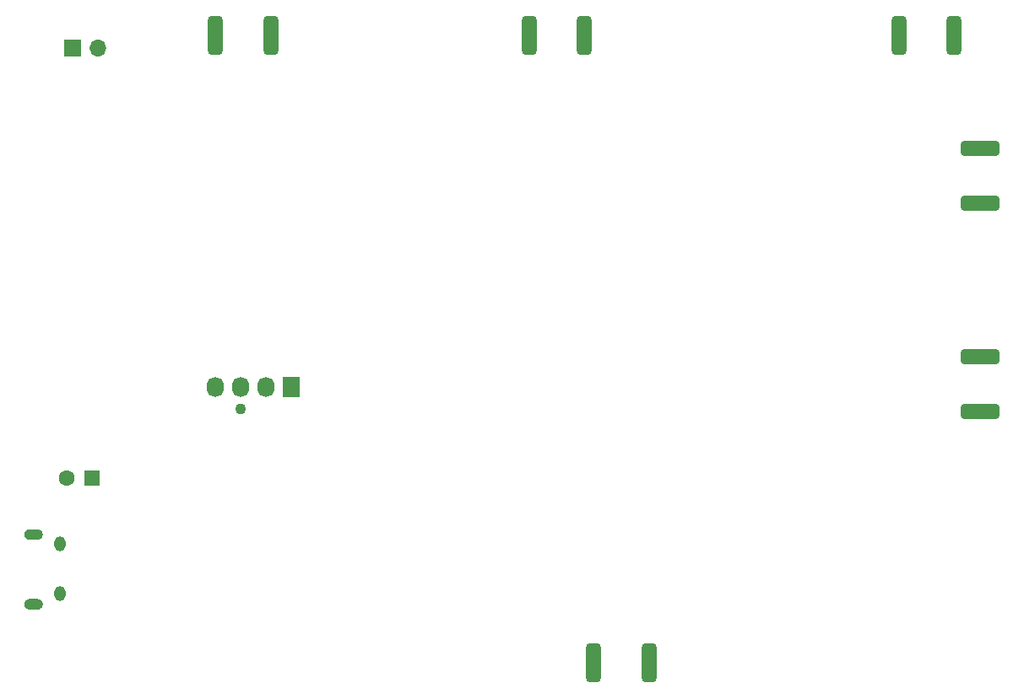
<source format=gbs>
%TF.GenerationSoftware,KiCad,Pcbnew,8.0.5*%
%TF.CreationDate,2025-06-09T19:50:20-04:00*%
%TF.ProjectId,fmcw_pcb,666d6377-5f70-4636-922e-6b696361645f,rev?*%
%TF.SameCoordinates,Original*%
%TF.FileFunction,Soldermask,Bot*%
%TF.FilePolarity,Negative*%
%FSLAX46Y46*%
G04 Gerber Fmt 4.6, Leading zero omitted, Abs format (unit mm)*
G04 Created by KiCad (PCBNEW 8.0.5) date 2025-06-09 19:50:20*
%MOMM*%
%LPD*%
G01*
G04 APERTURE LIST*
G04 Aperture macros list*
%AMRoundRect*
0 Rectangle with rounded corners*
0 $1 Rounding radius*
0 $2 $3 $4 $5 $6 $7 $8 $9 X,Y pos of 4 corners*
0 Add a 4 corners polygon primitive as box body*
4,1,4,$2,$3,$4,$5,$6,$7,$8,$9,$2,$3,0*
0 Add four circle primitives for the rounded corners*
1,1,$1+$1,$2,$3*
1,1,$1+$1,$4,$5*
1,1,$1+$1,$6,$7*
1,1,$1+$1,$8,$9*
0 Add four rect primitives between the rounded corners*
20,1,$1+$1,$2,$3,$4,$5,0*
20,1,$1+$1,$4,$5,$6,$7,0*
20,1,$1+$1,$6,$7,$8,$9,0*
20,1,$1+$1,$8,$9,$2,$3,0*%
G04 Aperture macros list end*
%ADD10C,0.010000*%
%ADD11C,1.100000*%
%ADD12R,1.730000X2.030000*%
%ADD13O,1.730000X2.030000*%
%ADD14RoundRect,0.375000X0.375000X1.575000X-0.375000X1.575000X-0.375000X-1.575000X0.375000X-1.575000X0*%
%ADD15RoundRect,0.375000X-0.375000X-1.575000X0.375000X-1.575000X0.375000X1.575000X-0.375000X1.575000X0*%
%ADD16RoundRect,0.375000X-1.575000X0.375000X-1.575000X-0.375000X1.575000X-0.375000X1.575000X0.375000X0*%
%ADD17R,1.600000X1.600000*%
%ADD18C,1.600000*%
%ADD19O,1.154000X1.504000*%
%ADD20R,1.700000X1.700000*%
%ADD21O,1.700000X1.700000*%
G04 APERTURE END LIST*
D10*
%TO.C,J1*%
X51238000Y-122086800D02*
X51264000Y-122090800D01*
X51289000Y-122094800D01*
X51314000Y-122100800D01*
X51338000Y-122107800D01*
X51362000Y-122116800D01*
X51386000Y-122126800D01*
X51409000Y-122137800D01*
X51431000Y-122149800D01*
X51453000Y-122162800D01*
X51474000Y-122177800D01*
X51494000Y-122192800D01*
X51514000Y-122209800D01*
X51532000Y-122226800D01*
X51550000Y-122245800D01*
X51566000Y-122264800D01*
X51582000Y-122284800D01*
X51596000Y-122305800D01*
X51610000Y-122327800D01*
X51622000Y-122350800D01*
X51633000Y-122373800D01*
X51643000Y-122396800D01*
X51651000Y-122420800D01*
X51658000Y-122445800D01*
X51664000Y-122470800D01*
X51669000Y-122495800D01*
X51672000Y-122520800D01*
X51674000Y-122545800D01*
X51675000Y-122571800D01*
X51674000Y-122597800D01*
X51672000Y-122622800D01*
X51669000Y-122647800D01*
X51664000Y-122672800D01*
X51658000Y-122697800D01*
X51651000Y-122722800D01*
X51643000Y-122746800D01*
X51633000Y-122769800D01*
X51622000Y-122792800D01*
X51610000Y-122815800D01*
X51596000Y-122837800D01*
X51582000Y-122858800D01*
X51566000Y-122878800D01*
X51550000Y-122897800D01*
X51532000Y-122916800D01*
X51514000Y-122933800D01*
X51494000Y-122950800D01*
X51474000Y-122965800D01*
X51453000Y-122980800D01*
X51431000Y-122993800D01*
X51409000Y-123005800D01*
X51386000Y-123016800D01*
X51362000Y-123026800D01*
X51338000Y-123035800D01*
X51314000Y-123042800D01*
X51289000Y-123048800D01*
X51264000Y-123052800D01*
X51238000Y-123056800D01*
X51213000Y-123058800D01*
X51188000Y-123058800D01*
X51187500Y-123059300D01*
X50412000Y-123058800D01*
X50387000Y-123058800D01*
X50362000Y-123056800D01*
X50336000Y-123052800D01*
X50311000Y-123048800D01*
X50286000Y-123042800D01*
X50262000Y-123035800D01*
X50238000Y-123026800D01*
X50214000Y-123016800D01*
X50191000Y-123005800D01*
X50169000Y-122993800D01*
X50147000Y-122980800D01*
X50126000Y-122965800D01*
X50106000Y-122950800D01*
X50086000Y-122933800D01*
X50068000Y-122916800D01*
X50050000Y-122897800D01*
X50034000Y-122878800D01*
X50018000Y-122858800D01*
X50004000Y-122837800D01*
X49990000Y-122815800D01*
X49978000Y-122792800D01*
X49967000Y-122769800D01*
X49957000Y-122746800D01*
X49949000Y-122722800D01*
X49942000Y-122697800D01*
X49936000Y-122672800D01*
X49931000Y-122647800D01*
X49928000Y-122622800D01*
X49926000Y-122597800D01*
X49925000Y-122571800D01*
X49926000Y-122545800D01*
X49928000Y-122520800D01*
X49931000Y-122495800D01*
X49936000Y-122470800D01*
X49942000Y-122445800D01*
X49949000Y-122420800D01*
X49957000Y-122396800D01*
X49967000Y-122373800D01*
X49978000Y-122350800D01*
X49990000Y-122327800D01*
X50004000Y-122305800D01*
X50018000Y-122284800D01*
X50034000Y-122264800D01*
X50050000Y-122245800D01*
X50068000Y-122226800D01*
X50086000Y-122209800D01*
X50106000Y-122192800D01*
X50126000Y-122177800D01*
X50147000Y-122162800D01*
X50169000Y-122149800D01*
X50191000Y-122137800D01*
X50214000Y-122126800D01*
X50238000Y-122116800D01*
X50262000Y-122107800D01*
X50286000Y-122100800D01*
X50311000Y-122094800D01*
X50336000Y-122090800D01*
X50362000Y-122086800D01*
X50387000Y-122084800D01*
X50412000Y-122084800D01*
X51188000Y-122084800D01*
X51213000Y-122084800D01*
X51238000Y-122086800D01*
G36*
X51238000Y-122086800D02*
G01*
X51264000Y-122090800D01*
X51289000Y-122094800D01*
X51314000Y-122100800D01*
X51338000Y-122107800D01*
X51362000Y-122116800D01*
X51386000Y-122126800D01*
X51409000Y-122137800D01*
X51431000Y-122149800D01*
X51453000Y-122162800D01*
X51474000Y-122177800D01*
X51494000Y-122192800D01*
X51514000Y-122209800D01*
X51532000Y-122226800D01*
X51550000Y-122245800D01*
X51566000Y-122264800D01*
X51582000Y-122284800D01*
X51596000Y-122305800D01*
X51610000Y-122327800D01*
X51622000Y-122350800D01*
X51633000Y-122373800D01*
X51643000Y-122396800D01*
X51651000Y-122420800D01*
X51658000Y-122445800D01*
X51664000Y-122470800D01*
X51669000Y-122495800D01*
X51672000Y-122520800D01*
X51674000Y-122545800D01*
X51675000Y-122571800D01*
X51674000Y-122597800D01*
X51672000Y-122622800D01*
X51669000Y-122647800D01*
X51664000Y-122672800D01*
X51658000Y-122697800D01*
X51651000Y-122722800D01*
X51643000Y-122746800D01*
X51633000Y-122769800D01*
X51622000Y-122792800D01*
X51610000Y-122815800D01*
X51596000Y-122837800D01*
X51582000Y-122858800D01*
X51566000Y-122878800D01*
X51550000Y-122897800D01*
X51532000Y-122916800D01*
X51514000Y-122933800D01*
X51494000Y-122950800D01*
X51474000Y-122965800D01*
X51453000Y-122980800D01*
X51431000Y-122993800D01*
X51409000Y-123005800D01*
X51386000Y-123016800D01*
X51362000Y-123026800D01*
X51338000Y-123035800D01*
X51314000Y-123042800D01*
X51289000Y-123048800D01*
X51264000Y-123052800D01*
X51238000Y-123056800D01*
X51213000Y-123058800D01*
X51188000Y-123058800D01*
X51187500Y-123059300D01*
X50412000Y-123058800D01*
X50387000Y-123058800D01*
X50362000Y-123056800D01*
X50336000Y-123052800D01*
X50311000Y-123048800D01*
X50286000Y-123042800D01*
X50262000Y-123035800D01*
X50238000Y-123026800D01*
X50214000Y-123016800D01*
X50191000Y-123005800D01*
X50169000Y-122993800D01*
X50147000Y-122980800D01*
X50126000Y-122965800D01*
X50106000Y-122950800D01*
X50086000Y-122933800D01*
X50068000Y-122916800D01*
X50050000Y-122897800D01*
X50034000Y-122878800D01*
X50018000Y-122858800D01*
X50004000Y-122837800D01*
X49990000Y-122815800D01*
X49978000Y-122792800D01*
X49967000Y-122769800D01*
X49957000Y-122746800D01*
X49949000Y-122722800D01*
X49942000Y-122697800D01*
X49936000Y-122672800D01*
X49931000Y-122647800D01*
X49928000Y-122622800D01*
X49926000Y-122597800D01*
X49925000Y-122571800D01*
X49926000Y-122545800D01*
X49928000Y-122520800D01*
X49931000Y-122495800D01*
X49936000Y-122470800D01*
X49942000Y-122445800D01*
X49949000Y-122420800D01*
X49957000Y-122396800D01*
X49967000Y-122373800D01*
X49978000Y-122350800D01*
X49990000Y-122327800D01*
X50004000Y-122305800D01*
X50018000Y-122284800D01*
X50034000Y-122264800D01*
X50050000Y-122245800D01*
X50068000Y-122226800D01*
X50086000Y-122209800D01*
X50106000Y-122192800D01*
X50126000Y-122177800D01*
X50147000Y-122162800D01*
X50169000Y-122149800D01*
X50191000Y-122137800D01*
X50214000Y-122126800D01*
X50238000Y-122116800D01*
X50262000Y-122107800D01*
X50286000Y-122100800D01*
X50311000Y-122094800D01*
X50336000Y-122090800D01*
X50362000Y-122086800D01*
X50387000Y-122084800D01*
X50412000Y-122084800D01*
X51188000Y-122084800D01*
X51213000Y-122084800D01*
X51238000Y-122086800D01*
G37*
X51238000Y-129086800D02*
X51264000Y-129090800D01*
X51289000Y-129094800D01*
X51314000Y-129100800D01*
X51338000Y-129107800D01*
X51362000Y-129116800D01*
X51386000Y-129126800D01*
X51409000Y-129137800D01*
X51431000Y-129149800D01*
X51453000Y-129162800D01*
X51474000Y-129177800D01*
X51494000Y-129192800D01*
X51514000Y-129209800D01*
X51532000Y-129226800D01*
X51550000Y-129245800D01*
X51566000Y-129264800D01*
X51582000Y-129284800D01*
X51596000Y-129305800D01*
X51610000Y-129327800D01*
X51622000Y-129350800D01*
X51633000Y-129373800D01*
X51643000Y-129396800D01*
X51651000Y-129420800D01*
X51658000Y-129445800D01*
X51664000Y-129470800D01*
X51669000Y-129495800D01*
X51672000Y-129520800D01*
X51674000Y-129545800D01*
X51675000Y-129571800D01*
X51674000Y-129597800D01*
X51672000Y-129622800D01*
X51669000Y-129647800D01*
X51664000Y-129672800D01*
X51658000Y-129697800D01*
X51651000Y-129722800D01*
X51643000Y-129746800D01*
X51633000Y-129769800D01*
X51622000Y-129792800D01*
X51610000Y-129815800D01*
X51596000Y-129837800D01*
X51582000Y-129858800D01*
X51566000Y-129878800D01*
X51550000Y-129897800D01*
X51532000Y-129916800D01*
X51514000Y-129933800D01*
X51494000Y-129950800D01*
X51474000Y-129965800D01*
X51453000Y-129980800D01*
X51431000Y-129993800D01*
X51409000Y-130005800D01*
X51386000Y-130016800D01*
X51362000Y-130026800D01*
X51338000Y-130035800D01*
X51314000Y-130042800D01*
X51289000Y-130048800D01*
X51264000Y-130052800D01*
X51238000Y-130056800D01*
X51213000Y-130058800D01*
X51188000Y-130058800D01*
X51187500Y-130059300D01*
X50412000Y-130058800D01*
X50387000Y-130058800D01*
X50362000Y-130056800D01*
X50336000Y-130052800D01*
X50311000Y-130048800D01*
X50286000Y-130042800D01*
X50262000Y-130035800D01*
X50238000Y-130026800D01*
X50214000Y-130016800D01*
X50191000Y-130005800D01*
X50169000Y-129993800D01*
X50147000Y-129980800D01*
X50126000Y-129965800D01*
X50106000Y-129950800D01*
X50086000Y-129933800D01*
X50068000Y-129916800D01*
X50050000Y-129897800D01*
X50034000Y-129878800D01*
X50018000Y-129858800D01*
X50004000Y-129837800D01*
X49990000Y-129815800D01*
X49978000Y-129792800D01*
X49967000Y-129769800D01*
X49957000Y-129746800D01*
X49949000Y-129722800D01*
X49942000Y-129697800D01*
X49936000Y-129672800D01*
X49931000Y-129647800D01*
X49928000Y-129622800D01*
X49926000Y-129597800D01*
X49925000Y-129571800D01*
X49926000Y-129545800D01*
X49928000Y-129520800D01*
X49931000Y-129495800D01*
X49936000Y-129470800D01*
X49942000Y-129445800D01*
X49949000Y-129420800D01*
X49957000Y-129396800D01*
X49967000Y-129373800D01*
X49978000Y-129350800D01*
X49990000Y-129327800D01*
X50004000Y-129305800D01*
X50018000Y-129284800D01*
X50034000Y-129264800D01*
X50050000Y-129245800D01*
X50068000Y-129226800D01*
X50086000Y-129209800D01*
X50106000Y-129192800D01*
X50126000Y-129177800D01*
X50147000Y-129162800D01*
X50169000Y-129149800D01*
X50191000Y-129137800D01*
X50214000Y-129126800D01*
X50238000Y-129116800D01*
X50262000Y-129107800D01*
X50286000Y-129100800D01*
X50311000Y-129094800D01*
X50336000Y-129090800D01*
X50362000Y-129086800D01*
X50387000Y-129084800D01*
X50412000Y-129084800D01*
X51188000Y-129084800D01*
X51213000Y-129084800D01*
X51238000Y-129086800D01*
G36*
X51238000Y-129086800D02*
G01*
X51264000Y-129090800D01*
X51289000Y-129094800D01*
X51314000Y-129100800D01*
X51338000Y-129107800D01*
X51362000Y-129116800D01*
X51386000Y-129126800D01*
X51409000Y-129137800D01*
X51431000Y-129149800D01*
X51453000Y-129162800D01*
X51474000Y-129177800D01*
X51494000Y-129192800D01*
X51514000Y-129209800D01*
X51532000Y-129226800D01*
X51550000Y-129245800D01*
X51566000Y-129264800D01*
X51582000Y-129284800D01*
X51596000Y-129305800D01*
X51610000Y-129327800D01*
X51622000Y-129350800D01*
X51633000Y-129373800D01*
X51643000Y-129396800D01*
X51651000Y-129420800D01*
X51658000Y-129445800D01*
X51664000Y-129470800D01*
X51669000Y-129495800D01*
X51672000Y-129520800D01*
X51674000Y-129545800D01*
X51675000Y-129571800D01*
X51674000Y-129597800D01*
X51672000Y-129622800D01*
X51669000Y-129647800D01*
X51664000Y-129672800D01*
X51658000Y-129697800D01*
X51651000Y-129722800D01*
X51643000Y-129746800D01*
X51633000Y-129769800D01*
X51622000Y-129792800D01*
X51610000Y-129815800D01*
X51596000Y-129837800D01*
X51582000Y-129858800D01*
X51566000Y-129878800D01*
X51550000Y-129897800D01*
X51532000Y-129916800D01*
X51514000Y-129933800D01*
X51494000Y-129950800D01*
X51474000Y-129965800D01*
X51453000Y-129980800D01*
X51431000Y-129993800D01*
X51409000Y-130005800D01*
X51386000Y-130016800D01*
X51362000Y-130026800D01*
X51338000Y-130035800D01*
X51314000Y-130042800D01*
X51289000Y-130048800D01*
X51264000Y-130052800D01*
X51238000Y-130056800D01*
X51213000Y-130058800D01*
X51188000Y-130058800D01*
X51187500Y-130059300D01*
X50412000Y-130058800D01*
X50387000Y-130058800D01*
X50362000Y-130056800D01*
X50336000Y-130052800D01*
X50311000Y-130048800D01*
X50286000Y-130042800D01*
X50262000Y-130035800D01*
X50238000Y-130026800D01*
X50214000Y-130016800D01*
X50191000Y-130005800D01*
X50169000Y-129993800D01*
X50147000Y-129980800D01*
X50126000Y-129965800D01*
X50106000Y-129950800D01*
X50086000Y-129933800D01*
X50068000Y-129916800D01*
X50050000Y-129897800D01*
X50034000Y-129878800D01*
X50018000Y-129858800D01*
X50004000Y-129837800D01*
X49990000Y-129815800D01*
X49978000Y-129792800D01*
X49967000Y-129769800D01*
X49957000Y-129746800D01*
X49949000Y-129722800D01*
X49942000Y-129697800D01*
X49936000Y-129672800D01*
X49931000Y-129647800D01*
X49928000Y-129622800D01*
X49926000Y-129597800D01*
X49925000Y-129571800D01*
X49926000Y-129545800D01*
X49928000Y-129520800D01*
X49931000Y-129495800D01*
X49936000Y-129470800D01*
X49942000Y-129445800D01*
X49949000Y-129420800D01*
X49957000Y-129396800D01*
X49967000Y-129373800D01*
X49978000Y-129350800D01*
X49990000Y-129327800D01*
X50004000Y-129305800D01*
X50018000Y-129284800D01*
X50034000Y-129264800D01*
X50050000Y-129245800D01*
X50068000Y-129226800D01*
X50086000Y-129209800D01*
X50106000Y-129192800D01*
X50126000Y-129177800D01*
X50147000Y-129162800D01*
X50169000Y-129149800D01*
X50191000Y-129137800D01*
X50214000Y-129126800D01*
X50238000Y-129116800D01*
X50262000Y-129107800D01*
X50286000Y-129100800D01*
X50311000Y-129094800D01*
X50336000Y-129090800D01*
X50362000Y-129086800D01*
X50387000Y-129084800D01*
X50412000Y-129084800D01*
X51188000Y-129084800D01*
X51213000Y-129084800D01*
X51238000Y-129086800D01*
G37*
%TD*%
D11*
%TO.C,J3*%
X71591800Y-109960000D03*
D12*
X76671800Y-107800000D03*
D13*
X74131800Y-107800000D03*
X71591800Y-107800000D03*
X69051800Y-107800000D03*
%TD*%
D14*
%TO.C,J4*%
X107005000Y-135500000D03*
X112555000Y-135500000D03*
%TD*%
D15*
%TO.C,J6*%
X74646800Y-72500000D03*
X69096800Y-72500000D03*
%TD*%
D16*
%TO.C,J8*%
X145800000Y-110275000D03*
X145800000Y-104725000D03*
%TD*%
D17*
%TO.C,C20*%
X56661395Y-116900000D03*
D18*
X54161395Y-116900000D03*
%TD*%
D15*
%TO.C,J7*%
X106101000Y-72500000D03*
X100551000Y-72500000D03*
%TD*%
%TO.C,J5*%
X143175000Y-72500000D03*
X137625000Y-72500000D03*
%TD*%
D16*
%TO.C,J2*%
X145800000Y-89375000D03*
X145800000Y-83825000D03*
%TD*%
D19*
%TO.C,J1*%
X53500000Y-123571800D03*
X53500000Y-128571800D03*
%TD*%
D20*
%TO.C,SW1*%
X54760000Y-73800000D03*
D21*
X57300000Y-73800000D03*
%TD*%
M02*

</source>
